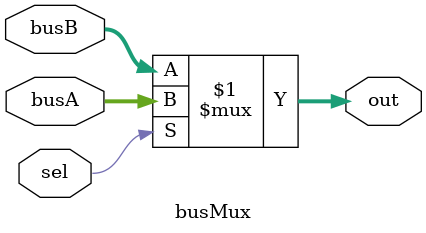
<source format=v>

module busMux(
    input [31:0] busA, busB,
    input sel,
    output [31:0] out
);

assign out = sel ? busA : busB;

endmodule
</source>
